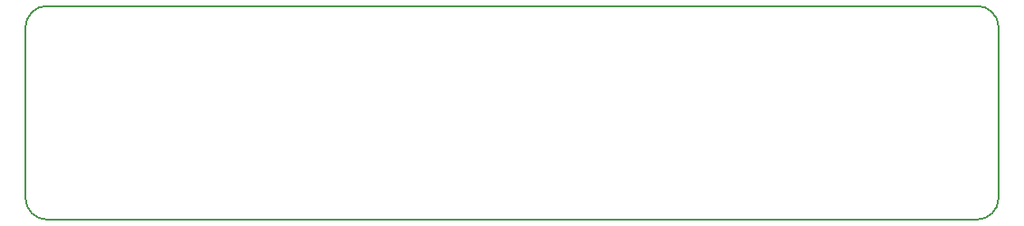
<source format=gm1>
%TF.GenerationSoftware,KiCad,Pcbnew,8.0.4-8.0.4-0~ubuntu22.04.1*%
%TF.CreationDate,2024-08-14T23:01:59+09:00*%
%TF.ProjectId,pdb,7064622e-6b69-4636-9164-5f7063625858,rev?*%
%TF.SameCoordinates,Original*%
%TF.FileFunction,Profile,NP*%
%FSLAX46Y46*%
G04 Gerber Fmt 4.6, Leading zero omitted, Abs format (unit mm)*
G04 Created by KiCad (PCBNEW 8.0.4-8.0.4-0~ubuntu22.04.1) date 2024-08-14 23:01:59*
%MOMM*%
%LPD*%
G01*
G04 APERTURE LIST*
%TA.AperFunction,Profile*%
%ADD10C,0.200000*%
%TD*%
G04 APERTURE END LIST*
D10*
X178068400Y-104306400D02*
G75*
G02*
X176068400Y-106306400I-2000000J0D01*
G01*
X176068400Y-86306400D02*
G75*
G02*
X178068400Y-88306400I0J-2000000D01*
G01*
X178068400Y-104306400D02*
X178068400Y-88306400D01*
X89068400Y-106306400D02*
G75*
G02*
X87068400Y-104306400I0J2000000D01*
G01*
X176068400Y-86306400D02*
X89068400Y-86306400D01*
X87068400Y-88306400D02*
X87068400Y-104306400D01*
X87068400Y-88306400D02*
G75*
G02*
X89068400Y-86306400I2000000J0D01*
G01*
X89068400Y-106306400D02*
X176068400Y-106306400D01*
M02*

</source>
